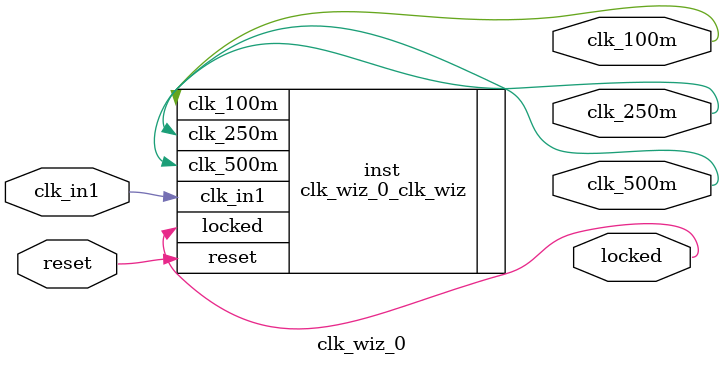
<source format=v>


`timescale 1ps/1ps

(* CORE_GENERATION_INFO = "clk_wiz_0,clk_wiz_v6_0_2_0_0,{component_name=clk_wiz_0,use_phase_alignment=true,use_min_o_jitter=false,use_max_i_jitter=false,use_dyn_phase_shift=false,use_inclk_switchover=false,use_dyn_reconfig=false,enable_axi=0,feedback_source=FDBK_AUTO,PRIMITIVE=MMCM,num_out_clk=3,clkin1_period=8.000,clkin2_period=10.000,use_power_down=false,use_reset=true,use_locked=true,use_inclk_stopped=false,feedback_type=SINGLE,CLOCK_MGR_TYPE=NA,manual_override=false}" *)

module clk_wiz_0 
 (
  // Clock out ports
  output        clk_100m,
  output        clk_250m,
  output        clk_500m,
  // Status and control signals
  input         reset,
  output        locked,
 // Clock in ports
  input         clk_in1
 );

  clk_wiz_0_clk_wiz inst
  (
  // Clock out ports  
  .clk_100m(clk_100m),
  .clk_250m(clk_250m),
  .clk_500m(clk_500m),
  // Status and control signals               
  .reset(reset), 
  .locked(locked),
 // Clock in ports
  .clk_in1(clk_in1)
  );

endmodule

</source>
